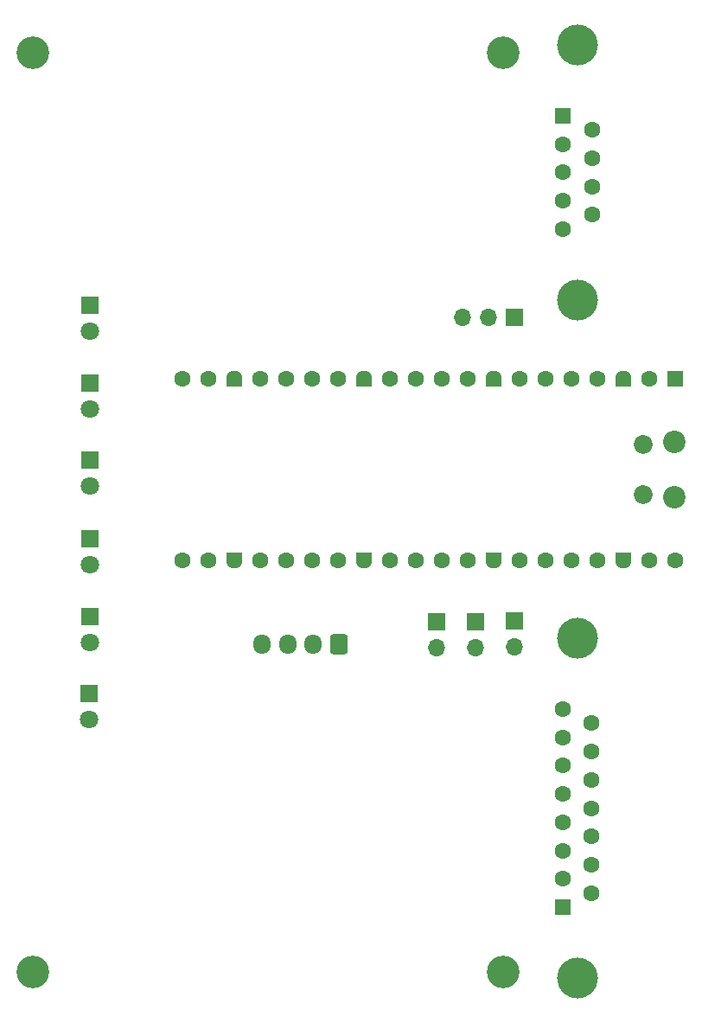
<source format=gbs>
G04 #@! TF.GenerationSoftware,KiCad,Pcbnew,8.0.6*
G04 #@! TF.CreationDate,2024-11-26T08:02:09+01:00*
G04 #@! TF.ProjectId,vt2_communicator,7674325f-636f-46d6-9d75-6e696361746f,rev?*
G04 #@! TF.SameCoordinates,Original*
G04 #@! TF.FileFunction,Soldermask,Bot*
G04 #@! TF.FilePolarity,Negative*
%FSLAX46Y46*%
G04 Gerber Fmt 4.6, Leading zero omitted, Abs format (unit mm)*
G04 Created by KiCad (PCBNEW 8.0.6) date 2024-11-26 08:02:09*
%MOMM*%
%LPD*%
G01*
G04 APERTURE LIST*
G04 Aperture macros list*
%AMRoundRect*
0 Rectangle with rounded corners*
0 $1 Rounding radius*
0 $2 $3 $4 $5 $6 $7 $8 $9 X,Y pos of 4 corners*
0 Add a 4 corners polygon primitive as box body*
4,1,4,$2,$3,$4,$5,$6,$7,$8,$9,$2,$3,0*
0 Add four circle primitives for the rounded corners*
1,1,$1+$1,$2,$3*
1,1,$1+$1,$4,$5*
1,1,$1+$1,$6,$7*
1,1,$1+$1,$8,$9*
0 Add four rect primitives between the rounded corners*
20,1,$1+$1,$2,$3,$4,$5,0*
20,1,$1+$1,$4,$5,$6,$7,0*
20,1,$1+$1,$6,$7,$8,$9,0*
20,1,$1+$1,$8,$9,$2,$3,0*%
%AMFreePoly0*
4,1,28,0.605014,0.794986,0.644504,0.794986,0.724698,0.756366,0.780194,0.686777,0.800000,0.600000,0.800000,-0.600000,0.780194,-0.686777,0.724698,-0.756366,0.644504,-0.794986,0.605014,-0.794986,0.600000,-0.800000,0.000000,-0.800000,-0.178017,-0.779942,-0.347107,-0.720775,-0.498792,-0.625465,-0.625465,-0.498792,-0.720775,-0.347107,-0.779942,-0.178017,-0.800000,0.000000,-0.779942,0.178017,
-0.720775,0.347107,-0.625465,0.498792,-0.498792,0.625465,-0.347107,0.720775,-0.178017,0.779942,0.000000,0.800000,0.600000,0.800000,0.605014,0.794986,0.605014,0.794986,$1*%
%AMFreePoly1*
4,1,28,0.178017,0.779942,0.347107,0.720775,0.498792,0.625465,0.625465,0.498792,0.720775,0.347107,0.779942,0.178017,0.800000,0.000000,0.779942,-0.178017,0.720775,-0.347107,0.625465,-0.498792,0.498792,-0.625465,0.347107,-0.720775,0.178017,-0.779942,0.000000,-0.800000,-0.600000,-0.800000,-0.605014,-0.794986,-0.644504,-0.794986,-0.724698,-0.756366,-0.780194,-0.686777,-0.800000,-0.600000,
-0.800000,0.600000,-0.780194,0.686777,-0.724698,0.756366,-0.644504,0.794986,-0.605014,0.794986,-0.600000,0.800000,0.000000,0.800000,0.178017,0.779942,0.178017,0.779942,$1*%
G04 Aperture macros list end*
%ADD10R,1.800000X1.800000*%
%ADD11C,1.800000*%
%ADD12R,1.700000X1.700000*%
%ADD13O,1.700000X1.700000*%
%ADD14C,3.200000*%
%ADD15C,2.200000*%
%ADD16C,1.850000*%
%ADD17RoundRect,0.200000X-0.600000X0.600000X-0.600000X-0.600000X0.600000X-0.600000X0.600000X0.600000X0*%
%ADD18C,1.600000*%
%ADD19FreePoly0,270.000000*%
%ADD20FreePoly1,270.000000*%
%ADD21C,4.000000*%
%ADD22R,1.600000X1.600000*%
%ADD23RoundRect,0.250000X0.600000X0.725000X-0.600000X0.725000X-0.600000X-0.725000X0.600000X-0.725000X0*%
%ADD24O,1.700000X1.950000*%
G04 APERTURE END LIST*
D10*
X149050000Y-99660000D03*
D11*
X149050000Y-102200000D03*
D12*
X186850000Y-100160000D03*
D13*
X186850000Y-102700000D03*
D10*
X149075000Y-76825000D03*
D11*
X149075000Y-79365000D03*
D10*
X149100000Y-69210000D03*
D11*
X149100000Y-71750000D03*
D14*
X143500000Y-44500000D03*
D10*
X149000000Y-107210000D03*
D11*
X149000000Y-109750000D03*
D15*
X206270000Y-82585000D03*
D16*
X203240000Y-82885000D03*
X203240000Y-87735000D03*
D15*
X206270000Y-88035000D03*
D17*
X206400000Y-76420000D03*
D18*
X203860000Y-76420000D03*
D19*
X201320000Y-76420000D03*
D18*
X198780000Y-76420000D03*
X196240000Y-76420000D03*
X193700000Y-76420000D03*
X191160000Y-76420000D03*
D19*
X188620000Y-76420000D03*
D18*
X186080000Y-76420000D03*
X183540000Y-76420000D03*
X181000000Y-76420000D03*
X178460000Y-76420000D03*
D19*
X175920000Y-76420000D03*
D18*
X173380000Y-76420000D03*
X170840000Y-76420000D03*
X168300000Y-76420000D03*
X165760000Y-76420000D03*
D19*
X163220000Y-76420000D03*
D18*
X160680000Y-76420000D03*
X158140000Y-76420000D03*
X158140000Y-94200000D03*
X160680000Y-94200000D03*
D20*
X163220000Y-94200000D03*
D18*
X165760000Y-94200000D03*
X168300000Y-94200000D03*
X170840000Y-94200000D03*
X173380000Y-94200000D03*
D20*
X175920000Y-94200000D03*
D18*
X178460000Y-94200000D03*
X181000000Y-94200000D03*
X183540000Y-94200000D03*
X186080000Y-94200000D03*
D20*
X188620000Y-94200000D03*
D18*
X191160000Y-94200000D03*
X193700000Y-94200000D03*
X196240000Y-94200000D03*
X198780000Y-94200000D03*
D20*
X201320000Y-94200000D03*
D18*
X203860000Y-94200000D03*
X206400000Y-94200000D03*
D12*
X190680000Y-70400000D03*
D13*
X188140000Y-70400000D03*
X185600000Y-70400000D03*
D12*
X190650000Y-100125000D03*
D13*
X190650000Y-102665000D03*
D21*
X196780000Y-135100000D03*
X196780000Y-101800000D03*
D22*
X195360000Y-128145000D03*
D18*
X195360000Y-125375000D03*
X195360000Y-122605000D03*
X195360000Y-119835000D03*
X195360000Y-117065000D03*
X195360000Y-114295000D03*
X195360000Y-111525000D03*
X195360000Y-108755000D03*
X198200000Y-126760000D03*
X198200000Y-123990000D03*
X198200000Y-121220000D03*
X198200000Y-118450000D03*
X198200000Y-115680000D03*
X198200000Y-112910000D03*
X198200000Y-110140000D03*
D14*
X189500000Y-44500000D03*
D21*
X196800000Y-68700000D03*
X196800000Y-43700000D03*
D22*
X195380000Y-50660000D03*
D18*
X195380000Y-53430000D03*
X195380000Y-56200000D03*
X195380000Y-58970000D03*
X195380000Y-61740000D03*
X198220000Y-52045000D03*
X198220000Y-54815000D03*
X198220000Y-57585000D03*
X198220000Y-60355000D03*
D14*
X143500000Y-134500000D03*
X189500000Y-134500000D03*
D10*
X149075000Y-84375000D03*
D11*
X149075000Y-86915000D03*
D12*
X183050000Y-100160000D03*
D13*
X183050000Y-102700000D03*
D23*
X173450000Y-102400000D03*
D24*
X170950000Y-102400000D03*
X168450000Y-102400000D03*
X165950000Y-102400000D03*
D10*
X149100000Y-92060000D03*
D11*
X149100000Y-94600000D03*
M02*

</source>
